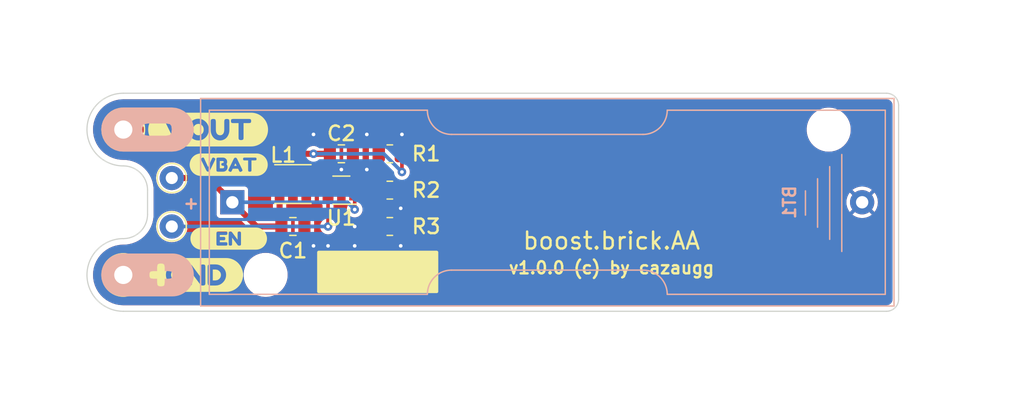
<source format=kicad_pcb>
(kicad_pcb (version 20221018) (generator pcbnew)
  (title_block (title "boost.brick") (date "2023-09-06") (rev "1.0.0") (company "cazaugg") (comment 2 "Built with TI TPS61220") (comment 3 "1.8V to 5V from single AA cell") (comment 4 "Boost Regulator"))
  (layers (0 "F.Cu" signal) (31 "B.Cu" signal) (34 "B.Paste" user) (35 "F.Paste" user) (36 "B.SilkS" user "B.Silkscreen") (37 "F.SilkS" user "F.Silkscreen") (38 "B.Mask" user) (39 "F.Mask" user) (44 "Edge.Cuts" user))
  (net 0 "")
  (net 1 "GND")
  (net 2 "Net-(U1-VOUT)")
  (net 3 "Net-(U1-L)")
  (net 4 "Net-(U1-FB)")
  (net 5 "Net-(BT1-+)")
  (net 6 "Net-(U1-EN)")
  (footprint "TestPoint:TestPoint_THTPad_D3.0mm_Drill1.5mm" (layer "F.Cu") (at 121 112)
    (fp_text reference "TP4" hide)
    (fp_text value "GND" hide)
    (fp_circle (center 0 0) (end 0 1.75) (stroke (width 0.12)) (fill none) (layer "F.SilkS"))
    (pad "1" thru_hole circle (at 0 0) (size 3 3) (drill 1.5) (layers "*.Cu" "*.Mask") (net 1 "GND"))
  )
  (footprint "TestPoint:TestPoint_THTPad_D2.0mm_Drill1.0mm" (layer "F.Cu") (at 125 108)
    (fp_text reference "TP2" hide)
    (fp_text value "EN" hide)
    (fp_circle (center 0 0) (end 0 1.2) (stroke (width 0.12)) (fill none) (layer "F.SilkS"))
    (pad "1" thru_hole circle (at 0 0) (size 2 2) (drill 1) (layers "*.Cu" "*.Mask") (net 6 "Net-(U1-EN)"))
  )
  (footprint "TestPoint:TestPoint_THTPad_D3.0mm_Drill1.5mm" (layer "F.Cu") (at 121 100)
    (fp_text reference "TP3" hide)
    (fp_text value "VOut" hide)
    (fp_circle (center 0 0) (end 0 1.75) (stroke (width 0.12)) (fill none) (layer "F.SilkS"))
    (pad "1" thru_hole circle (at 0 0) (size 3 3) (drill 1.5) (layers "*.Cu" "*.Mask") (net 2 "Net-(U1-VOUT)"))
  )
  (footprint "Package_TO_SOT_SMD:Texas_R-PDSO-G6" (layer "F.Cu") (at 139 105 180)
    (fp_text reference "U1" (at 0 -2.3) (layer "F.SilkS") (effects (font (size 1.2 1.2) (thickness 0.2))))
    (fp_text value "TPS61220DCK")
    (fp_line (start -0.7 1.16) (end 0.7 1.16) (stroke (width 0.12)) (layer "F.SilkS"))
    (fp_line (start 0.7 -1.16) (end -1.2 -1.16) (stroke (width 0.12)) (layer "F.SilkS"))
    (pad "1" smd rect (at -1.1 -0.65 180) (size 0.9 0.4) (layers "F.Cu" "F.Paste" "F.Mask") (net 5 "Net-(BT1-+)"))
    (pad "2" smd rect (at -1.1 0 180) (size 0.9 0.4) (layers "F.Cu" "F.Paste" "F.Mask") (net 4 "Net-(U1-FB)"))
    (pad "3" smd rect (at -1.1 0.65 180) (size 0.9 0.4) (layers "F.Cu" "F.Paste" "F.Mask") (net 1 "GND"))
    (pad "4" smd rect (at 1.1 0.65 180) (size 0.9 0.4) (layers "F.Cu" "F.Paste" "F.Mask") (net 2 "Net-(U1-VOUT)"))
    (pad "5" smd rect (at 1.1 0 180) (size 0.9 0.4) (layers "F.Cu" "F.Paste" "F.Mask") (net 3 "Net-(U1-L)"))
    (pad "6" smd rect (at 1.1 -0.65 180) (size 0.9 0.4) (layers "F.Cu" "F.Paste" "F.Mask") (net 6 "Net-(U1-EN)"))
  )
  (footprint "Resistor_SMD:R_0805_2012Metric" (layer "F.Cu") (at 143 102)
    (fp_text reference "R1" (at 3 0) (layer "F.SilkS") (effects (font (size 1.2 1.2) (thickness 0.2))))
    (fp_text value "120k")
    (fp_line (start -0.227064 -0.735) (end 0.227064 -0.735) (stroke (width 0.12)) (layer "F.SilkS"))
    (fp_line (start -0.227064 0.735) (end 0.227064 0.735) (stroke (width 0.12)) (layer "F.SilkS"))
    (pad "1" smd roundrect (at -0.9125 0) (size 1.025 1.4) (layers "F.Cu" "F.Paste" "F.Mask") (roundrect_rratio 0.243902439) (net 4 "Net-(U1-FB)"))
    (pad "2" smd roundrect (at 0.9125 0) (size 1.025 1.4) (layers "F.Cu" "F.Paste" "F.Mask") (roundrect_rratio 0.243902439) (net 2 "Net-(U1-VOUT)"))
  )
  (footprint "Inductor_SMD:L_Taiyo-Yuden_NR-30xx" (layer "F.Cu") (at 135 104.5)
    (fp_text reference "L1" (at -0.8 -2.4 180) (layer "F.SilkS") (effects (font (size 1.2 1.2) (thickness 0.2))))
    (fp_text value "4.7u")
    (fp_line (start -1.5 -1.6) (end 1.5 -1.6) (stroke (width 0.12)) (layer "F.SilkS"))
    (fp_line (start -1.5 1.6) (end 1.5 1.6) (stroke (width 0.12)) (layer "F.SilkS"))
    (pad "1" smd rect (at -1.1 0) (size 0.8 2.7) (layers "F.Cu" "F.Paste" "F.Mask") (net 5 "Net-(BT1-+)"))
    (pad "2" smd rect (at 1.1 0) (size 0.8 2.7) (layers "F.Cu" "F.Paste" "F.Mask") (net 3 "Net-(U1-L)"))
  )
  (footprint "kibuzzard-64C6BA9D" (layer "F.Cu") (at 129.7 102.9)
    (fp_text reference "kibuzzard-64C6BA9D" hide)
    (fp_text value "G***" hide)
    (fp_poly (pts (xy 0.553244 -0.121444) (xy 0.448469 0.096044) (xy 0.659606 0.096044) (xy 0.553244 -0.121444)) (fill solid) (layer "F.SilkS"))
    (fp_poly (pts (xy -0.373856 0.188119) (xy -0.382587 0.127794) (xy -0.411956 0.096044) (xy -0.500856 0.083344) (xy -0.586581 0.061119) (xy -0.615156 -0.030163) (xy -0.585787 -0.121444) (xy -0.488156 -0.143669) (xy -0.411956 -0.177006) (xy -0.407194 -0.234156) (xy -0.433387 -0.289719) (xy -0.511969 -0.305594) (xy -0.734219 -0.305594) (xy -0.734219 0.296069) (xy -0.473869 0.296069) (xy -0.398859 0.269081) (xy -0.373856 0.188119)) (fill solid) (layer "F.SilkS"))
    (fp_poly (pts (xy -2.297906 -0.925248) (xy -2.298039 -0.925248) (xy -2.388729 -0.920793) (xy -2.478545 -0.90747) (xy -2.566624 -0.885407) (xy -2.652116 -0.854818) (xy -2.734197 -0.815996) (xy -2.812079 -0.769316) (xy -2.88501 -0.715226) (xy -2.952288 -0.654249) (xy -3.013265 -0.586971) (xy -3.067354 -0.51404) (xy -3.114034 -0.436159) (xy -3.152856 -0.354077) (xy -3.183446 -0.268585) (xy -3.205508 -0.180507) (xy -3.218831 -0.09069) (xy -3.223286 0) (xy -3.218831 0.09069) (xy -3.205508 0.180507) (xy -3.183446 0.268585) (xy -3.152856 0.354077) (xy -3.114034 0.436159) (xy -3.067354 0.51404) (xy -3.013265 0.586971) (xy -2.952288 0.654249) (xy -2.88501 0.715226) (xy -2.812079 0.769316) (xy -2.734197 0.815996) (xy -2.652116 0.854818) (xy -2.566624 0.885407) (xy -2.478545 0.90747) (xy -2.388729 0.920793) (xy -2.298039 0.925248) (xy -2.297906 0.925248) (xy -1.691481 0.925248) (xy -1.691481 0.577056) (xy -1.707356 0.577056) (xy -1.782762 0.555625) (xy -1.835944 0.499269) (xy -2.274094 -0.389731) (xy -2.297906 -0.465931) (xy -2.274491 -0.519113) (xy -2.204244 -0.567531) (xy -2.124075 -0.594519) (xy -2.082006 -0.588169) (xy -2.055019 -0.565944) (xy -2.028825 -0.523875) (xy -2.007592 -0.479425) (xy -1.967706 -0.392113) (xy -1.916708 -0.279995) (xy -1.862137 -0.161131) (xy -1.807369 -0.042267) (xy -1.755775 0.06985) (xy -1.716683 0.154583) (xy -1.699419 0.191294) (xy -1.381919 -0.504031) (xy -1.359694 -0.551656) (xy -1.289844 -0.594519) (xy -1.196181 -0.567531) (xy -1.125934 -0.519113) (xy -1.102519 -0.465931) (xy -1.126331 -0.389731) (xy -1.564481 0.499269) (xy -1.617662 0.555625) (xy -1.691481 0.577056) (xy -1.691481 0.925248) (xy -0.457994 0.925248) (xy -0.457994 0.577056) (xy -0.875506 0.577056) (xy -0.963612 0.561975) (xy -1.005681 0.516731) (xy -1.015206 0.434181) (xy -1.015206 -0.446881) (xy -1.012825 -0.502444) (xy -0.997744 -0.543719) (xy -0.955675 -0.575866) (xy -0.873919 -0.586581) (xy -0.473869 -0.586581) (xy -0.381794 -0.575292) (xy -0.300302 -0.541426) (xy -0.229394 -0.484981) (xy -0.172067 -0.411603) (xy -0.137672 -0.329053) (xy -0.126206 -0.237331) (xy -0.141287 -0.136922) (xy -0.186531 -0.045244) (xy -0.134497 0.031838) (xy -0.103276 0.114917) (xy -0.092869 0.203994) (xy -0.106362 0.304094) (xy -0.14261 0.39273) (xy -0.201612 0.4699) (xy -0.277019 0.529431) (xy -0.362479 0.56515) (xy -0.457994 0.577056) (xy -0.457994 0.925248) (xy 0.960438 0.925248) (xy 0.960438 0.594519) (xy 0.909638 0.580231) (xy 0.881063 0.550069) (xy 0.856456 0.502444) (xy 0.773906 0.330994) (xy 0.334169 0.330994) (xy 0.251619 0.502444) (xy 0.227013 0.548481) (xy 0.198438 0.57785) (xy 0.147638 0.592931) (xy 0.062706 0.565944) (xy -0.00635 0.518319) (xy -0.029369 0.464344) (xy -0.002381 0.383381) (xy 0.426244 -0.504031) (xy 0.479425 -0.562769) (xy 0.554831 -0.584994) (xy 0.629444 -0.564356) (xy 0.681831 -0.502444) (xy 1.110456 0.383381) (xy 1.137444 0.464344) (xy 1.114425 0.518716) (xy 1.045369 0.567531) (xy 0.960438 0.594519) (xy 0.960438 0.925248) (xy 1.740694 0.925248) (xy 1.740694 0.578644) (xy 1.662113 0.569119) (xy 1.620838 0.536575) (xy 1.60655 0.4953) (xy 1.604169 0.440531) (xy 1.604169 -0.356394) (xy 1.299369 -0.356394) (xy 1.224756 -0.3683) (xy 1.193006 -0.405606) (xy 1.185069 -0.472281) (xy 1.193006 -0.538163) (xy 1.219994 -0.572294) (xy 1.300956 -0.586581) (xy 2.183606 -0.586581) (xy 2.258219 -0.574675) (xy 2.289969 -0.537369) (xy 2.297906 -0.470694) (xy 2.289969 -0.404813) (xy 2.262981 -0.370681) (xy 2.182019 -0.356394) (xy 1.878806 -0.356394) (xy 1.878806 0.442119) (xy 1.876425 0.496094) (xy 1.862138 0.536575) (xy 1.820069 0.569119) (xy 1.740694 0.578644) (xy 1.740694 0.925248) (xy 2.297906 0.925248) (xy 2.298039 0.925248) (xy 2.388729 0.920793) (xy 2.478545 0.90747) (xy 2.566624 0.885407) (xy 2.652116 0.854818) (xy 2.734197 0.815996) (xy 2.812079 0.769316) (xy 2.88501 0.715226) (xy 2.952288 0.654249) (xy 3.013265 0.586971) (xy 3.067354 0.51404) (xy 3.114034 0.436159) (xy 3.152856 0.354077) (xy 3.183446 0.268585) (xy 3.205508 0.180507) (xy 3.218831 0.09069) (xy 3.223286 0) (xy 3.218831 -0.09069) (xy 3.205508 -0.180507) (xy 3.183446 -0.268585) (xy 3.152856 -0.354077) (xy 3.114034 -0.436159) (xy 3.067354 -0.51404) (xy 3.013265 -0.586971) (xy 2.952288 -0.654249) (xy 2.88501 -0.715226) (xy 2.812079 -0.769316) (xy 2.734197 -0.815996) (xy 2.652116 -0.854818) (xy 2.566624 -0.885407) (xy 2.478545 -0.90747) (xy 2.388729 -0.920793) (xy 2.298039 -0.925248) (xy 2.297906 -0.925248) (xy -2.297906 -0.925248)) (fill solid) (layer "F.SilkS"))
  )
  (footprint "Capacitor_SMD:C_0805_2012Metric" (layer "F.Cu") (at 139 102)
    (fp_text reference "C2" (at 0 -1.68) (layer "F.SilkS") (effects (font (size 1.2 1.2) (thickness 0.2))))
    (fp_text value "10u")
    (fp_line (start -0.261252 -0.735) (end 0.261252 -0.735) (stroke (width 0.12)) (layer "F.SilkS"))
    (fp_line (start -0.261252 0.735) (end 0.261252 0.735) (stroke (width 0.12)) (layer "F.SilkS"))
    (pad "1" smd roundrect (at -0.95 0) (size 1 1.45) (layers "F.Cu" "F.Paste" "F.Mask") (net 2 "Net-(U1-VOUT)"))
    (pad "2" smd roundrect (at 0.95 0) (size 1 1.45) (layers "F.Cu" "F.Paste" "F.Mask") (net 1 "GND"))
  )
  (footprint "kibuzzard-64C6B99F" (layer "F.Cu") (at 127 112)
    (fp_text reference "kibuzzard-64C6B99F" hide)
    (fp_text value "G***" hide)
    (fp_poly (pts (xy 1.614488 -0.447675) (xy 1.385888 -0.447675) (xy 1.385888 0.452438) (xy 1.616869 0.452438) (xy 1.779984 0.420588) (xy 1.926431 0.325041) (xy 2.030016 0.181273) (xy 2.064544 0.004763) (xy 2.030909 -0.172343) (xy 1.930003 -0.317897) (xy 1.783854 -0.41523) (xy 1.614488 -0.447675)) (fill solid) (layer "F.SilkS"))
    (fp_poly (pts (xy -2.486025 -1.396206) (xy -2.486223 -1.396206) (xy -2.623076 -1.389483) (xy -2.75861 -1.369379) (xy -2.891521 -1.336086) (xy -3.020528 -1.289926) (xy -3.14439 -1.231344) (xy -3.261914 -1.160903) (xy -3.371967 -1.079282) (xy -3.47349 -0.987267) (xy -3.565505 -0.885744) (xy -3.647126 -0.775691) (xy -3.717567 -0.658167) (xy -3.77615 -0.534305) (xy -3.822309 -0.405297) (xy -3.855602 -0.272386) (xy -3.875707 -0.136852) (xy -3.88243 0) (xy -3.875707 0.136852) (xy -3.855602 0.272386) (xy -3.822309 0.405297) (xy -3.77615 0.534305) (xy -3.717567 0.658167) (xy -3.647126 0.775691) (xy -3.565505 0.885744) (xy -3.47349 0.987267) (xy -3.371967 1.079282) (xy -3.261914 1.160903) (xy -3.14439 1.231344) (xy -3.020528 1.289926) (xy -2.891521 1.336086) (xy -2.75861 1.369379) (xy -2.623076 1.389483) (xy -2.486223 1.396206) (xy -2.486025 1.396206) (xy -1.607344 1.396206) (xy -1.607344 0.900112) (xy -1.778943 0.883369) (xy -1.938933 0.83314) (xy -2.087314 0.749424) (xy -2.224087 0.632222) (xy -2.338685 0.491356) (xy -2.420541 0.336649) (xy -2.469654 0.168101) (xy -2.486025 -0.014288) (xy -2.469356 -0.195783) (xy -2.41935 -0.361652) (xy -2.336006 -0.511894) (xy -2.219325 -0.646509) (xy -2.080022 -0.757461) (xy -1.928812 -0.836712) (xy -1.765697 -0.884262) (xy -1.590675 -0.900112) (xy -1.40679 -0.879475) (xy -1.229783 -0.817562) (xy -1.059656 -0.714375) (xy -0.995362 -0.608409) (xy -1.050131 -0.473869) (xy -1.138833 -0.379214) (xy -1.2192 -0.347662) (xy -1.364456 -0.413147) (xy -1.473994 -0.46226) (xy -1.602581 -0.478631) (xy -1.773436 -0.446782) (xy -1.92405 -0.351234) (xy -2.02942 -0.204192) (xy -2.064544 -0.017859) (xy -2.048669 0.11258) (xy -2.001044 0.229261) (xy -1.921669 0.332184) (xy -1.769269 0.440234) (xy -1.597819 0.47625) (xy -1.473398 0.465534) (xy -1.362075 0.433388) (xy -1.362075 0.173831) (xy -1.550194 0.173831) (xy -1.654969 0.154781) (xy -1.69545 0.098822) (xy -1.704975 -0.001191) (xy -1.694259 -0.102394) (xy -1.654969 -0.154781) (xy -1.540669 -0.176212) (xy -1.121569 -0.176212) (xy -0.964406 -0.109537) (xy -0.940594 0.023813) (xy -0.940594 0.547687) (xy -1.007269 0.692944) (xy -1.119783 0.78358) (xy -1.2573 0.84832) (xy -1.41982 0.887164) (xy -1.607344 0.900112) (xy -1.607344 1.396206) (xy 0.561975 1.396206) (xy 0.561975 0.8763) (xy 0.433388 0.862013) (xy 0.373856 0.816769) (xy 0.205449 0.592402) (xy 0.057415 0.395552) (xy -0.070247 0.226219) (xy -0.177535 0.084402) (xy -0.264451 -0.029898) (xy -0.330994 -0.116681) (xy -0.330994 0.66675) (xy -0.334566 0.750094) (xy -0.357187 0.812006) (xy -0.420291 0.860227) (xy -0.542925 0.8763) (xy -0.661987 0.860227) (xy -0.7239 0.812006) (xy -0.746522 0.747713) (xy -0.750094 0.664369) (xy -0.750094 -0.664369) (xy -0.727472 -0.796528) (xy -0.659606 -0.852487) (xy -0.542925 -0.866775) (xy -0.429816 -0.853678) (xy -0.371475 -0.823912) (xy -0.316706 -0.762) (xy -0.158485 -0.547092) (xy -0.018785 -0.357981) (xy 0.102394 -0.194667) (xy 0.205052 -0.05715) (xy 0.28919 0.05457) (xy 0.354806 0.140494) (xy 0.354806 -0.664369) (xy 0.377428 -0.796528) (xy 0.445294 -0.852487) (xy 0.558403 -0.866775) (xy 0.667941 -0.854869) (xy 0.729853 -0.826294) (xy 0.759619 -0.776287) (xy 0.773906 -0.654844) (xy 0.773906 0.66675) (xy 0.770334 0.750094) (xy 0.747713 0.812006) (xy 0.684609 0.860227) (xy 0.561975 0.8763) (xy 0.561975 1.396206) (xy 1.609725 1.396206) (xy 1.609725 0.873919) (xy 1.173956 0.873919) (xy 1.056084 0.859036) (xy 0.992981 0.814388) (xy 0.964406 0.661988) (xy 0.964406 -0.661987) (xy 0.967978 -0.745331) (xy 0.9906 -0.807244) (xy 1.053703 -0.855464) (xy 1.176338 -0.871537) (xy 1.616869 -0.869156) (xy 1.7843 -0.853604) (xy 1.941314 -0.806946) (xy 2.08791 -0.729183) (xy 2.224088 -0.620316) (xy 2.338685 -0.488752) (xy 2.420541 -0.3429) (xy 2.469654 -0.182761) (xy 2.486025 -0.008334) (xy 2.470026 0.166762) (xy 2.422029 0.32891) (xy 2.342034 0.47811) (xy 2.230041 0.614363) (xy 2.095277 0.727918) (xy 1.94697 0.80903) (xy 1.785119 0.857696) (xy 1.609725 0.873919) (xy 1.609725 1.396206) (xy 2.486025 1.396206) (xy 2.486223 1.396206) (xy 2.623076 1.389483) (xy 2.75861 1.369379) (xy 2.891521 1.336086) (xy 3.020528 1.289926) (xy 3.144391 1.231344) (xy 3.261914 1.160903) (xy 3.371967 1.079282) (xy 3.47349 0.987267) (xy 3.565505 0.885744) (xy 3.647126 0.775691) (xy 3.717567 0.658167) (xy 3.77615 0.534305) (xy 3.822309 0.405297) (xy 3.855602 0.272386) (xy 3.875707 0.136852) (xy 3.88243 0) (xy 3.875707 -0.136852) (xy 3.855602 -0.272386) (xy 3.822309 -0.405297) (xy 3.77615 -0.534305) (xy 3.717567 -0.658167) (xy 3.647126 -0.775691) (xy 3.565505 -0.885744) (xy 3.47349 -0.987267) (xy 3.371967 -1.079282) (xy 3.261914 -1.160903) (xy 3.144391 -1.231344) (xy 3.020528 -1.289926) (xy 2.891521 -1.336086) (xy 2.75861 -1.369379) (xy 2.623076 -1.389483) (xy 2.486223 -1.396206) (xy 2.486025 -1.396206) (xy -2.486025 -1.396206)) (fill solid) (layer "F.SilkS"))
  )
  (footprint "kibuzzard-64C6B850" (layer "F.Cu") (at 128 100)
    (fp_text reference "kibuzzard-64C6B850" hide)
    (fp_text value "G***" hide)
    (fp_poly (pts (xy -1.244203 0) (xy -1.22899 0.132424) (xy -1.183349 0.247121) (xy -1.107281 0.344091) (xy -0.962323 0.44321) (xy -0.801291 0.47625) (xy -0.640556 0.444103) (xy -0.496491 0.347662) (xy -0.421084 0.252148) (xy -0.375841 0.137054) (xy -0.360759 0.002381) (xy -0.375973 -0.132556) (xy -0.421614 -0.248444) (xy -0.497681 -0.345281) (xy -0.64264 -0.443508) (xy -0.803672 -0.47625) (xy -0.964406 -0.44321) (xy -1.108472 -0.344091) (xy -1.183878 -0.247121) (xy -1.229122 -0.132424) (xy -1.244203 0)) (fill solid) (layer "F.SilkS"))
    (fp_poly (pts (xy -3.554016 -1.393825) (xy -3.554214 -1.393825) (xy -3.690833 -1.387113) (xy -3.826136 -1.367043) (xy -3.95882 -1.333807) (xy -4.087608 -1.287726) (xy -4.211259 -1.229244) (xy -4.328582 -1.158923) (xy -4.438447 -1.077441) (xy -4.539797 -0.985583) (xy -4.631655 -0.884233) (xy -4.713137 -0.774368) (xy -4.783458 -0.657045) (xy -4.84194 -0.533394) (xy -4.888021 -0.404606) (xy -4.921257 -0.271922) (xy -4.941327 -0.136619) (xy -4.948039 0) (xy -4.941327 0.136619) (xy -4.921257 0.271922) (xy -4.888021 0.404606) (xy -4.84194 0.533394) (xy -4.783458 0.657045) (xy -4.713137 0.774368) (xy -4.631655 0.884233) (xy -4.539797 0.985583) (xy -4.438447 1.077441) (xy -4.328582 1.158923) (xy -4.211259 1.229244) (xy -4.087608 1.287726) (xy -3.95882 1.333807) (xy -3.826136 1.367043) (xy -3.690833 1.387113) (xy -3.554214 1.393825) (xy -3.554016 1.393825) (xy -2.644378 1.393825) (xy -2.644378 0.866775) (xy -2.668191 0.866775) (xy -2.7813 0.834628) (xy -2.861072 0.750094) (xy -3.518297 -0.583406) (xy -3.554016 -0.697706) (xy -3.518892 -0.777478) (xy -3.413522 -0.850106) (xy -3.293269 -0.890588) (xy -3.230166 -0.881063) (xy -3.189684 -0.847725) (xy -3.150394 -0.784622) (xy -3.118545 -0.717947) (xy -3.058716 -0.586978) (xy -2.982218 -0.418802) (xy -2.900363 -0.240506) (xy -2.818209 -0.06221) (xy -2.740819 0.105966) (xy -2.68218 0.233065) (xy -2.656284 0.288131) (xy -2.180034 -0.754856) (xy -2.146697 -0.826294) (xy -2.041922 -0.890588) (xy -1.901428 -0.850106) (xy -1.796058 -0.777478) (xy -1.760934 -0.697706) (xy -1.796653 -0.583406) (xy -2.453878 0.750094) (xy -2.53365 0.834628) (xy -2.644378 0.866775) (xy -2.644378 1.393825) (xy -0.796528 1.393825) (xy -0.796528 0.897731) (xy -0.970731 0.88136) (xy -1.131391 0.832247) (xy -1.278508 0.750391) (xy -1.412081 0.635794) (xy -1.523033 0.498574) (xy -1.602284 0.348853) (xy -1.649834 0.18663) (xy -1.665684 0.011906) (xy -1.647825 -0.179487) (xy -1.594247 -0.358378) (xy -1.510903 -0.517029) (xy -1.403747 -0.6477) (xy -1.275755 -0.75188) (xy -1.129903 -0.831056) (xy -0.972741 -0.881062) (xy -0.810816 -0.897731) (xy -0.640407 -0.881807) (xy -0.481608 -0.834033) (xy -0.334417 -0.75441) (xy -0.198834 -0.642938) (xy -0.085279 -0.507876) (xy -0.004167 -0.357485) (xy 0.0445 -0.191765) (xy 0.060722 -0.010716) (xy 0.045244 0.171004) (xy -0.001191 0.338733) (xy -0.078581 0.492472) (xy -0.186928 0.632222) (xy -0.317897 0.748382) (xy -0.463153 0.831354) (xy -0.622697 0.881137) (xy -0.796528 0.897731) (xy -0.796528 1.393825) (xy 0.981075 1.393825) (xy 0.981075 0.897731) (xy 0.807244 0.878681) (xy 0.650081 0.821531) (xy 0.515243 0.733425) (xy 0.408384 0.621506) (xy 0.323999 0.491133) (xy 0.263723 0.352425) (xy 0.227558 0.205383) (xy 0.215503 0.050006) (xy 0.215503 -0.66675) (xy 0.219075 -0.751284) (xy 0.241697 -0.814387) (xy 0.305991 -0.864394) (xy 0.427434 -0.878681) (xy 0.548878 -0.864394) (xy 0.610791 -0.814387) (xy 0.639366 -0.664369) (xy 0.639366 0.050006) (xy 0.657225 0.191691) (xy 0.710803 0.326231) (xy 0.817959 0.433388) (xy 0.987028 0.473869) (xy 1.138833 0.441722) (xy 1.246584 0.345281) (xy 1.310878 0.206573) (xy 1.332309 0.047625) (xy 1.332309 -0.681038) (xy 1.356122 -0.812006) (xy 1.425178 -0.864394) (xy 1.538287 -0.878681) (xy 1.646634 -0.866775) (xy 1.708547 -0.8382) (xy 1.739503 -0.788194) (xy 1.753791 -0.664369) (xy 1.753791 0.054769) (xy 1.741587 0.208359) (xy 1.704975 0.354806) (xy 1.643955 0.494109) (xy 1.558528 0.626269) (xy 1.449586 0.736104) (xy 1.313259 0.822722) (xy 1.155204 0.878979) (xy 0.981075 0.897731) (xy 0.981075 1.393825) (xy 2.718197 1.393825) (xy 2.718197 0.869156) (xy 2.600325 0.854869) (xy 2.538412 0.806053) (xy 2.516981 0.744141) (xy 2.513409 0.661987) (xy 2.513409 -0.5334) (xy 2.056209 -0.5334) (xy 1.944291 -0.551259) (xy 1.896666 -0.607219) (xy 1.884759 -0.707231) (xy 1.896666 -0.806053) (xy 1.937147 -0.85725) (xy 2.058591 -0.878681) (xy 3.382566 -0.878681) (xy 3.494484 -0.860822) (xy 3.542109 -0.804862) (xy 3.554016 -0.70485) (xy 3.542109 -0.606028) (xy 3.501628 -0.554831) (xy 3.380184 -0.5334) (xy 2.925366 -0.5334) (xy 2.925366 0.664369) (xy 2.921794 0.745331) (xy 2.900362 0.806053) (xy 2.837259 0.854869) (xy 2.718197 0.869156) (xy 2.718197 1.393825) (xy 3.554016 1.393825) (xy 3.554214 1.393825) (xy 3.690833 1.387113) (xy 3.826136 1.367043) (xy 3.95882 1.333807) (xy 4.087608 1.287726) (xy 4.211259 1.229244) (xy 4.328582 1.158923) (xy 4.438447 1.077441) (xy 4.539797 0.985583) (xy 4.631655 0.884233) (xy 4.713137 0.774368) (xy 4.783458 0.657045) (xy 4.84194 0.533394) (xy 4.888021 0.404606) (xy 4.921257 0.271922) (xy 4.941327 0.136619) (xy 4.948039 0) (xy 4.941327 -0.136619) (xy 4.921257 -0.271922) (xy 4.888021 -0.404606) (xy 4.84194 -0.533394) (xy 4.783458 -0.657045) (xy 4.713137 -0.774368) (xy 4.631655 -0.884233) (xy 4.539797 -0.985583) (xy 4.438447 -1.077441) (xy 4.328582 -1.158923) (xy 4.211259 -1.229244) (xy 4.087608 -1.287726) (xy 3.95882 -1.333807) (xy 3.826136 -1.367043) (xy 3.690833 -1.387113) (xy 3.554214 -1.393825) (xy 3.554016 -1.393825) (xy -3.554016 -1.393825)) (fill solid) (layer "F.SilkS"))
  )
  (footprint "Capacitor_SMD:C_0805_2012Metric" (layer "F.Cu") (at 135 108)
    (fp_text reference "C1" (at 0 2) (layer "F.SilkS") (effects (font (size 1.2 1.2) (thickness 0.2))))
    (fp_text value "10u")
    (fp_line (start -0.261252 -0.735) (end 0.261252 -0.735) (stroke (width 0.12)) (layer "F.SilkS"))
    (fp_line (start -0.261252 0.735) (end 0.261252 0.735) (stroke (width 0.12)) (layer "F.SilkS"))
    (pad "1" smd roundrect (at -0.95 0) (size 1 1.45) (layers "F.Cu" "F.Paste" "F.Mask") (net 5 "Net-(BT1-+)"))
    (pad "2" smd roundrect (at 0.95 0) (size 1 1.45) (layers "F.Cu" "F.Paste" "F.Mask") (net 1 "GND"))
  )
  (footprint "kibuzzard-64C6BAA4" (layer "F.Cu") (at 129.7 109)
    (fp_text reference "kibuzzard-64C6BAA4" hide)
    (fp_text value "G***" hide)
    (fp_poly (pts (xy -2.249033 -0.912548) (xy -2.249165 -0.912548) (xy -2.33861 -0.908154) (xy -2.427194 -0.895014) (xy -2.514064 -0.873254) (xy -2.598382 -0.843084) (xy -2.679337 -0.804795) (xy -2.756149 -0.758756) (xy -2.828079 -0.705409) (xy -2.894434 -0.645269) (xy -2.954574 -0.578914) (xy -3.007921 -0.506984) (xy -3.05396 -0.430172) (xy -3.092249 -0.349217) (xy -3.122419 -0.264899) (xy -3.144179 -0.178029) (xy -3.157319 -0.089445) (xy -3.161713 0) (xy -3.157319 0.089445) (xy -3.144179 0.178029) (xy -3.122419 0.264899) (xy -3.092249 0.349217) (xy -3.05396 0.430172) (xy -3.007921 0.506984) (xy -2.954574 0.578914) (xy -2.894434 0.645269) (xy -2.828079 0.705409) (xy -2.756149 0.758756) (xy -2.679337 0.804795) (xy -2.598382 0.843084) (xy -2.514064 0.873254) (xy -2.427194 0.895014) (xy -2.33861 0.908154) (xy -2.249165 0.912548) (xy -2.249033 0.912548) (xy -0.246062 0.912548) (xy -0.246062 0.581819) (xy -0.874712 0.581819) (xy -0.962819 0.566737) (xy -1.004887 0.521494) (xy -1.014412 0.440531) (xy -1.014412 -0.442119) (xy -0.98425 -0.55245) (xy -0.86995 -0.581819) (xy -0.244475 -0.581819) (xy -0.189706 -0.579438) (xy -0.147637 -0.564356) (xy -0.115491 -0.522288) (xy -0.104775 -0.440531) (xy -0.119459 -0.352425) (xy -0.163512 -0.310356) (xy -0.246062 -0.300831) (xy -0.733425 -0.300831) (xy -0.733425 -0.140494) (xy -0.4191 -0.140494) (xy -0.364331 -0.138113) (xy -0.322262 -0.123031) (xy -0.290116 -0.080963) (xy -0.2794 0.000794) (xy -0.294481 0.0889) (xy -0.339725 0.130969) (xy -0.422275 0.140494) (xy -0.733425 0.140494) (xy -0.733425 0.300831) (xy -0.244475 0.300831) (xy -0.189706 0.303213) (xy -0.147637 0.318294) (xy -0.115491 0.360362) (xy -0.104775 0.442119) (xy -0.119459 0.530225) (xy -0.163512 0.572294) (xy -0.246062 0.581819) (xy -0.246062 0.912548) (xy 0.873125 0.912548) (xy 0.873125 0.581819) (xy 0.7874 0.572294) (xy 0.747713 0.542131) (xy 0.635441 0.392553) (xy 0.536751 0.26132) (xy 0.451644 0.148431) (xy 0.380118 0.053887) (xy 0.322174 -0.022313) (xy 0.277813 -0.080169) (xy 0.277813 0.442119) (xy 0.275431 0.497681) (xy 0.26035 0.538956) (xy 0.218281 0.571103) (xy 0.136525 0.581819) (xy 0.05715 0.571103) (xy 0.015875 0.538956) (xy 0.000794 0.496094) (xy -0.001587 0.440531) (xy -0.001587 -0.445294) (xy 0.013494 -0.5334) (xy 0.058738 -0.570706) (xy 0.136525 -0.580231) (xy 0.211931 -0.5715) (xy 0.250825 -0.551656) (xy 0.287338 -0.510381) (xy 0.392818 -0.367109) (xy 0.485951 -0.241035) (xy 0.566738 -0.132159) (xy 0.635176 -0.040481) (xy 0.691268 0.033999) (xy 0.735013 0.091281) (xy 0.735013 -0.445294) (xy 0.750094 -0.5334) (xy 0.795338 -0.570706) (xy 0.870744 -0.580231) (xy 0.943769 -0.572294) (xy 0.985044 -0.553244) (xy 1.004888 -0.519906) (xy 1.014413 -0.438944) (xy 1.014413 0.442119) (xy 1.012031 0.497681) (xy 0.99695 0.538956) (xy 0.954881 0.571103) (xy 0.873125 0.581819) (xy 0.873125 0.912548) (xy 2.249033 0.912548) (xy 2.249165 0.912548) (xy 2.33861 0.908154) (xy 2.427194 0.895014) (xy 2.514064 0.873254) (xy 2.598382 0.843084) (xy 2.679337 0.804795) (xy 2.756149 0.758756) (xy 2.828079 0.705409) (xy 2.894434 0.645269) (xy 2.954574 0.578914) (xy 3.007921 0.506984) (xy 3.05396 0.430172) (xy 3.092249 0.349217) (xy 3.122419 0.264899) (xy 3.144179 0.178029) (xy 3.157319 0.089445) (xy 3.161713 0) (xy 3.157319 -0.089445) (xy 3.144179 -0.178029) (xy 3.122419 -0.264899) (xy 3.092249 -0.349217) (xy 3.05396 -0.430172) (xy 3.007921 -0.506984) (xy 2.954574 -0.578914) (xy 2.894434 -0.645269) (xy 2.828079 -0.705409) (xy 2.756149 -0.758756) (xy 2.679337 -0.804795) (xy 2.598382 -0.843084) (xy 2.514064 -0.873254) (xy 2.427194 -0.895014) (xy 2.33861 -0.908154) (xy 2.249165 -0.912548) (xy 2.249033 -0.912548) (xy -2.249033 -0.912548)) (fill solid) (layer "F.SilkS"))
  )
  (footprint "Resistor_SMD:R_0805_2012Metric" (layer "F.Cu") (at 143 108 180)
    (fp_text reference "R3" (at -3 0) (layer "F.SilkS") (effects (font (size 1.2 1.2) (thickness 0.2))))
    (fp_text value "120k")
    (fp_line (start -0.227064 -0.735) (end 0.227064 -0.735) (stroke (width 0.12)) (layer "F.SilkS"))
    (fp_line (start -0.227064 0.735) (end 0.227064 0.735) (stroke (width 0.12)) (layer "F.SilkS"))
    (pad "1" smd roundrect (at -0.9125 0 180) (size 1.025 1.4) (layers "F.Cu" "F.Paste" "F.Mask") (roundrect_rratio 0.243902439) (net 1 "GND"))
    (pad "2" smd roundrect (at 0.9125 0 180) (size 1.025 1.4) (layers "F.Cu" "F.Paste" "F.Mask") (roundrect_rratio 0.243902439) (net 4 "Net-(U1-FB)"))
  )
  (footprint "TestPoint:TestPoint_THTPad_D2.0mm_Drill1.0mm" (layer "F.Cu") (at 125 104)
    (fp_text reference "TP1" hide)
    (fp_text value "VBat" hide)
    (fp_circle (center 0 0) (end 0 1.2) (stroke (width 0.12)) (fill none) (layer "F.SilkS"))
    (pad "1" thru_hole circle (at 0 0) (size 2 2) (drill 1) (layers "*.Cu" "*.Mask") (net 5 "Net-(BT1-+)"))
  )
  (footprint "Resistor_SMD:R_0805_2012Metric" (layer "F.Cu") (at 143 105 180)
    (fp_text reference "R2" (at -3 0) (layer "F.SilkS") (effects (font (size 1.2 1.2) (thickness 0.2))))
    (fp_text value "15k")
    (fp_line (start -0.227064 -0.735) (end 0.227064 -0.735) (stroke (width 0.12)) (layer "F.SilkS"))
    (fp_line (start -0.227064 0.735) (end 0.227064 0.735) (stroke (width 0.12)) (layer "F.SilkS"))
    (pad "1" smd roundrect (at -0.9125 0 180) (size 1.025 1.4) (layers "F.Cu" "F.Paste" "F.Mask") (roundrect_rratio 0.243902439) (net 1 "GND"))
    (pad "2" smd roundrect (at 0.9125 0 180) (size 1.025 1.4) (layers "F.Cu" "F.Paste" "F.Mask") (roundrect_rratio 0.243902439) (net 4 "Net-(U1-FB)"))
  )
  (footprint "Battery:BatteryHolder_Keystone_2460_1xAA" (layer "B.Cu") (at 130 106)
    (fp_text reference "BT1" (at 46 0 270) (layer "B.SilkS") (effects (font (thickness 0.2) bold) (justify mirror)))
    (fp_text value "Battery_Cell")
    (fp_text user "+" (at -3.4 0.06) (layer "B.SilkS") (effects (font (thickness 0.2) bold) (justify mirror)))
    (fp_line (start -2.62 -8.565) (end -2.62 8.565) (stroke (width 0.12)) (layer "B.SilkS"))
    (fp_line (start -2.62 8.565) (end 54.62 8.565) (stroke (width 0.12)) (layer "B.SilkS"))
    (fp_line (start -1.9 -7.6) (end 16.1 -7.6) (stroke (width 0.12)) (layer "B.SilkS"))
    (fp_line (start -1.9 7.6) (end -1.9 -7.6) (stroke (width 0.12)) (layer "B.SilkS"))
    (fp_line (start -1.9 7.6) (end 16.1 7.6) (stroke (width 0.12)) (layer "B.SilkS"))
    (fp_line (start 18.1 5.6) (end 33.9 5.6) (stroke (width 0.12)) (layer "B.SilkS"))
    (fp_line (start 33.9 -5.6) (end 18.1 -5.6) (stroke (width 0.12)) (layer "B.SilkS"))
    (fp_line (start 35.9 -7.6) (end 53.9 -7.6) (stroke (width 0.12)) (layer "B.SilkS"))
    (fp_line (start 35.9 7.6) (end 53.9 7.6) (stroke (width 0.12)) (layer "B.SilkS"))
    (fp_line (start 47.31 1.06) (end 47.31 -0.94) (stroke (width 0.12)) (layer "B.SilkS"))
    (fp_line (start 48.31 2.06) (end 48.31 -1.94) (stroke (width 0.12)) (layer "B.SilkS"))
    (fp_line (start 49.31 -2.94) (end 49.31 3.06) (stroke (width 0.12)) (layer "B.SilkS"))
    (fp_line (start 50.31 4.06) (end 50.31 -3.94) (stroke (width 0.12)) (layer "B.SilkS"))
    (fp_line (start 53.9 7.6) (end 53.9 -7.6) (stroke (width 0.12)) (layer "B.SilkS"))
    (fp_line (start 54.62 -8.565) (end -2.62 -8.565) (stroke (width 0.12)) (layer "B.SilkS"))
    (fp_line (start 54.62 8.565) (end 54.62 -8.565) (stroke (width 0.12)) (layer "B.SilkS"))
    (fp_arc (start 16.1 7.6) (mid 16.685786 6.185786) (end 18.1 5.6) (stroke (width 0.12)) (layer "B.SilkS"))
    (fp_arc (start 18.1 -5.6) (mid 16.685786 -6.185786) (end 16.1 -7.6) (stroke (width 0.12)) (layer "B.SilkS"))
    (fp_arc (start 33.9 5.6) (mid 35.314214 6.185786) (end 35.9 7.6) (stroke (width 0.12)) (layer "B.SilkS"))
    (fp_arc (start 35.9 -7.6) (mid 35.314214 -6.185786) (end 33.9 -5.6) (stroke (width 0.12)) (layer "B.SilkS"))
    (pad "" np_thru_hole circle (at 2.75 5.995 270) (size 2.64 2.64) (drill 2.64) (layers "*.Cu" "*.Mask"))
    (pad "" np_thru_hole circle (at 49.23 -5.995) (size 2.64 2.64) (drill 2.64) (layers "*.Cu" "*.Mask"))
    (pad "1" thru_hole rect (at 0 0 180) (size 2 2) (drill 1.02) (layers "*.Cu" "*.Mask") (net 5 "Net-(BT1-+)"))
    (pad "2" thru_hole circle (at 51.99 0 180) (size 2 2) (drill 1.02) (layers "*.Cu" "*.Mask") (net 1 "GND"))
  )
  (footprint "kibuzzard-64ECEE1E" (layer "B.Cu") (at 123 100)
    (fp_text reference "kibuzzard-64ECEE1E" hide)
    (fp_text value "G***" hide)
    (fp_poly (pts (xy -1.998729 1.824567) (xy -1.999258 1.824567) (xy -2.355213 1.789508) (xy -2.697489 1.68568) (xy -3.012933 1.517072) (xy -3.289421 1.290163) (xy -3.51633 1.013675) (xy -3.684938 0.698231) (xy -3.788766 0.355955) (xy -3.823824 0) (xy -3.788766 -0.355955) (xy -3.684938 -0.698231) (xy -3.51633 -1.013675) (xy -3.289421 -1.290163) (xy -3.012933 -1.517072) (xy -2.697489 -1.68568) (xy -2.355213 -1.789508) (xy -1.999258 -1.824567) (xy -1.998729 -1.824567) (xy 1.535179 -1.824567) (xy 1.535179 -0.50165) (xy 0.023879 -0.50165) (xy -0.260284 -0.447675) (xy -0.401571 -0.28575) (xy -0.433321 0.00635) (xy -0.395221 0.2921) (xy -0.274571 0.4445) (xy 0.030229 0.50165) (xy 1.541529 0.50165) (xy 1.824104 0.449263) (xy 1.960629 0.2921) (xy 1.998729 0) (xy 1.963804 -0.288925) (xy 1.852679 -0.4445) (xy 1.535179 -0.50165) (xy 1.535179 -1.824567) (xy 1.998729 -1.824567) (xy 1.999258 -1.824567) (xy 2.355213 -1.789508) (xy 2.697489 -1.68568) (xy 3.012933 -1.517072) (xy 3.289421 -1.290163) (xy 3.51633 -1.013675) (xy 3.684938 -0.698231) (xy 3.788766 -0.355955) (xy 3.823824 0) (xy 3.788766 0.355955) (xy 3.684938 0.698231) (xy 3.51633 1.013675) (xy 3.289421 1.290163) (xy 3.012933 1.517072) (xy 2.697489 1.68568) (xy 2.355213 1.789508) (xy 1.999258 1.824567) (xy 1.998729 1.824567) (xy -1.998729 1.824567)) (fill solid) (layer "B.SilkS"))
  )
  (footprint "kibuzzard-64ECEE9B" (layer "B.Cu") (at 123 112)
    (fp_text reference "kibuzzard-64ECEE9B" hide)
    (fp_text value "G***" hide)
    (fp_poly (pts (xy -2.048909 1.771385) (xy -2.049239 1.771385) (xy -2.222865 1.762856) (xy -2.394819 1.737349) (xy -2.563445 1.69511) (xy -2.727119 1.636547) (xy -2.884265 1.562222) (xy -3.033368 1.472853) (xy -3.172994 1.369299) (xy -3.301798 1.252559) (xy -3.418539 1.123755) (xy -3.522092 0.984129) (xy -3.611462 0.835025) (xy -3.685786 0.67788) (xy -3.744349 0.514206) (xy -3.786588 0.34558) (xy -3.812095 0.173626) (xy -3.820625 0) (xy -3.812095 -0.173626) (xy -3.786588 -0.34558) (xy -3.744349 -0.514206) (xy -3.685786 -0.67788) (xy -3.611462 -0.835025) (xy -3.522092 -0.984129) (xy -3.418539 -1.123755) (xy -3.301798 -1.252559) (xy -3.172994 -1.369299) (xy -3.033368 -1.472853) (xy -2.884265 -1.562222) (xy -2.727119 -1.636547) (xy -2.563445 -1.69511) (xy -2.394819 -1.737349) (xy -2.222865 -1.762856) (xy -2.049239 -1.771385) (xy -2.048909 -1.771385) (xy 1.102362 -1.771385) (xy 1.102362 -0.944563) (xy 0.921784 -0.922734) (xy 0.826534 -0.849312) (xy 0.790815 -0.631031) (xy 0.790815 -0.313531) (xy 0.445534 -0.313531) (xy 0.255034 -0.281781) (xy 0.175659 -0.180578) (xy 0.155815 0) (xy 0.177643 0.180578) (xy 0.255034 0.277812) (xy 0.473315 0.313531) (xy 0.790815 0.313531) (xy 0.790815 0.635) (xy 0.822565 0.837406) (xy 0.923768 0.922734) (xy 1.104346 0.944563) (xy 1.284924 0.922734) (xy 1.382159 0.849312) (xy 1.417877 0.631031) (xy 1.417877 0.313531) (xy 1.739346 0.313531) (xy 1.941752 0.279797) (xy 2.02708 0.178594) (xy 2.048909 -0.001984) (xy 2.029065 -0.182562) (xy 1.961596 -0.277812) (xy 1.75919 -0.313531) (xy 1.417877 -0.313531) (xy 1.417877 -0.635) (xy 1.384143 -0.837406) (xy 1.28294 -0.922734) (xy 1.102362 -0.944563) (xy 1.102362 -1.771385) (xy 2.048909 -1.771385) (xy 2.049239 -1.771385) (xy 2.222865 -1.762856) (xy 2.394819 -1.737349) (xy 2.563445 -1.69511) (xy 2.727119 -1.636547) (xy 2.884265 -1.562222) (xy 3.033368 -1.472853) (xy 3.172994 -1.369299) (xy 3.301798 -1.252559) (xy 3.418539 -1.123755) (xy 3.522092 -0.984129) (xy 3.611462 -0.835025) (xy 3.685786 -0.67788) (xy 3.744349 -0.514206) (xy 3.786588 -0.34558) (xy 3.812095 -0.173626) (xy 3.820625 0) (xy 3.812095 0.173626) (xy 3.786588 0.34558) (xy 3.744349 0.514206) (xy 3.685786 0.67788) (xy 3.611462 0.835025) (xy 3.522092 0.984129) (xy 3.418539 1.123755) (xy 3.301798 1.252559) (xy 3.172994 1.369299) (xy 3.033368 1.472853) (xy 2.884265 1.562222) (xy 2.727119 1.636547) (xy 2.563445 1.69511) (xy 2.394819 1.737349) (xy 2.222865 1.762856) (xy 2.049239 1.771385) (xy 2.048909 1.771385) (xy -2.048909 1.771385)) (fill solid) (layer "B.SilkS"))
  )
  (gr_arc (start 185 114) (mid 184.707107 114.707107) (end 184 115) (stroke (width 0.1)) (layer "Edge.Cuts"))
  (gr_line (start 123 107) (end 123 105) (stroke (width 0.1)) (layer "Edge.Cuts"))
  (gr_arc (start 121 115) (mid 118 112) (end 121 109) (stroke (width 0.1)) (layer "Edge.Cuts"))
  (gr_line (start 121 115) (end 184 115) (stroke (width 0.1)) (layer "Edge.Cuts"))
  (gr_arc (start 123 107) (mid 122.414214 108.414214) (end 121 109) (stroke (width 0.1)) (layer "Edge.Cuts"))
  (gr_line (start 185 114) (end 185 98) (stroke (width 0.1)) (layer "Edge.Cuts"))
  (gr_arc (start 184 97) (mid 184.707107 97.292893) (end 185 98) (stroke (width 0.1)) (layer "Edge.Cuts"))
  (gr_arc (start 121 103) (mid 122.414214 103.585786) (end 123 105) (stroke (width 0.1)) (layer "Edge.Cuts"))
  (gr_line (start 184 97) (end 121 97) (stroke (width 0.1)) (layer "Edge.Cuts"))
  (gr_arc (start 121 103) (mid 118 100) (end 121 97) (stroke (width 0.1)) (layer "Edge.Cuts"))
  (gr_text "v1.0.0 (c) by cazaugg" (at 161.3 112) (layer "F.SilkS") (effects (font (size 1 1) (thickness 0.2)) (justify bottom)))
  (gr_text "boost.brick.AA" (at 161.3 110) (layer "F.SilkS") (effects (font (size 1.4 1.4) (thickness 0.2)) (justify bottom)))
  (via (at 139 103.3) (size 0.7) (drill 0.3) (layers "F.Cu" "B.Cu") (net 1))
  (via (at 140.1 108) (size 0.7) (drill 0.3) (layers "F.Cu" "B.Cu") (net 1))
  (via (at 136.7 109.6) (size 0.7) (drill 0.3) (layers "F.Cu" "B.Cu") (net 1))
  (via (at 141.1 100.4) (size 0.7) (drill 0.3) (layers "F.Cu" "B.Cu") (net 1))
  (via (at 144 100.4) (size 0.7) (drill 0.3) (layers "F.Cu" "B.Cu") (net 1))
  (via (at 140.1 109.6) (size 0.7) (drill 0.3) (layers "F.Cu" "B.Cu") (net 1))
  (via (at 137.9 109.6) (size 0.7) (drill 0.3) (layers "F.Cu" "B.Cu") (net 1))
  (via (at 143.9 109.6) (size 0.7) (drill 0.3) (layers "F.Cu" "B.Cu") (net 1))
  (via (at 141.1 103.3) (size 0.7) (drill 0.3) (layers "F.Cu" "B.Cu") (net 1))
  (via (at 143.9 106.5) (size 0.7) (drill 0.3) (layers "F.Cu" "B.Cu") (net 1))
  (via (at 136.7 100.4) (size 0.7) (drill 0.3) (layers "F.Cu" "B.Cu") (net 1))
  (segment (start 130.1 102) (end 128.1 100) (width 0.5) (layer "F.Cu") (net 2))
  (segment (start 138 102.05) (end 138.05 102) (width 0.3) (layer "F.Cu") (net 2))
  (segment (start 136.7 102) (end 130.1 102) (width 0.5) (layer "F.Cu") (net 2))
  (segment (start 137.9 104.35) (end 137.9 102.15) (width 0.3) (layer "F.Cu") (net 2))
  (segment (start 144 103.5) (end 144 102.0875) (width 0.3) (layer "F.Cu") (net 2))
  (segment (start 137.9 102.15) (end 138.05 102) (width 0.3) (layer "F.Cu") (net 2))
  (segment (start 128.1 100) (end 121 100) (width 0.5) (layer "F.Cu") (net 2))
  (segment (start 144 102.0875) (end 143.9125 102) (width 0.3) (layer "F.Cu") (net 2))
  (segment (start 138.05 102) (end 136.7 102) (width 0.5) (layer "F.Cu") (net 2))
  (via (at 144 103.5) (size 0.7) (drill 0.3) (layers "F.Cu" "B.Cu") (net 2))
  (via (at 136.7 102) (size 0.7) (drill 0.3) (layers "F.Cu" "B.Cu") (net 2))
  (segment (start 144 103.5) (end 142.5 102) (width 0.3) (layer "B.Cu") (net 2))
  (segment (start 142.5 102) (end 136.7 102) (width 0.3) (layer "B.Cu") (net 2))
  (segment (start 137.9 105) (end 136.1 105) (width 0.3) (layer "F.Cu") (net 3))
  (segment (start 142.0875 105) (end 140.1 105) (width 0.3) (layer "F.Cu") (net 4))
  (segment (start 142.0875 102) (end 142.0875 108) (width 0.3) (layer "F.Cu") (net 4))
  (segment (start 130 106) (end 128 104) (width 0.5) (layer "F.Cu") (net 5))
  (segment (start 133.5 108) (end 132 108) (width 0.5) (layer "F.Cu") (net 5))
  (segment (start 133.9 107.85) (end 133.9 105) (width 0.5) (layer "F.Cu") (net 5))
  (segment (start 128 104) (end 125 104) (width 0.5) (layer "F.Cu") (net 5))
  (segment (start 132 108) (end 130 106) (width 0.5) (layer "F.Cu") (net 5))
  (segment (start 140.1 105.65) (end 140.1 106.6) (width 0.3) (layer "F.Cu") (net 5))
  (segment (start 134.05 108) (end 133.9 107.85) (width 0.3) (layer "F.Cu") (net 5))
  (via (at 140.1 106.6) (size 0.7) (drill 0.3) (layers "F.Cu" "B.Cu") (net 5))
  (segment (start 130 106) (end 139.5 106) (width 0.3) (layer "B.Cu") (net 5))
  (segment (start 139.5 106) (end 140.1 106.6) (width 0.3) (layer "B.Cu") (net 5))
  (segment (start 137.9 105.65) (end 137.9 108) (width 0.3) (layer "F.Cu") (net 6))
  (via (at 137.9 108) (size 0.7) (drill 0.3) (layers "F.Cu" "B.Cu") (net 6))
  (segment (start 137.9 108) (end 125 108) (width 0.3) (layer "B.Cu") (net 6))
  (zone (net 1) (net_name "GND") (layers "F&B.Cu") (connect_pads (clearance 0.3)) (min_thickness 0.25) (fill yes (thermal_gap 0.3) (thermal_bridge_width 0.3))
    (polygon (pts (xy 185 115) (xy 185 97) (xy 118 97) (xy 118 115)))
  )
  (zone (net 0) (net_name "") (layer "F.SilkS") (connect_pads (clearance 0.3)) (min_thickness 0.25) (fill yes (thermal_gap 0.5) (thermal_bridge_width 0.5))
    (polygon (pts (xy 147 110) (xy 147 113.5) (xy 137 113.5) (xy 137 110)))
  )
)
</source>
